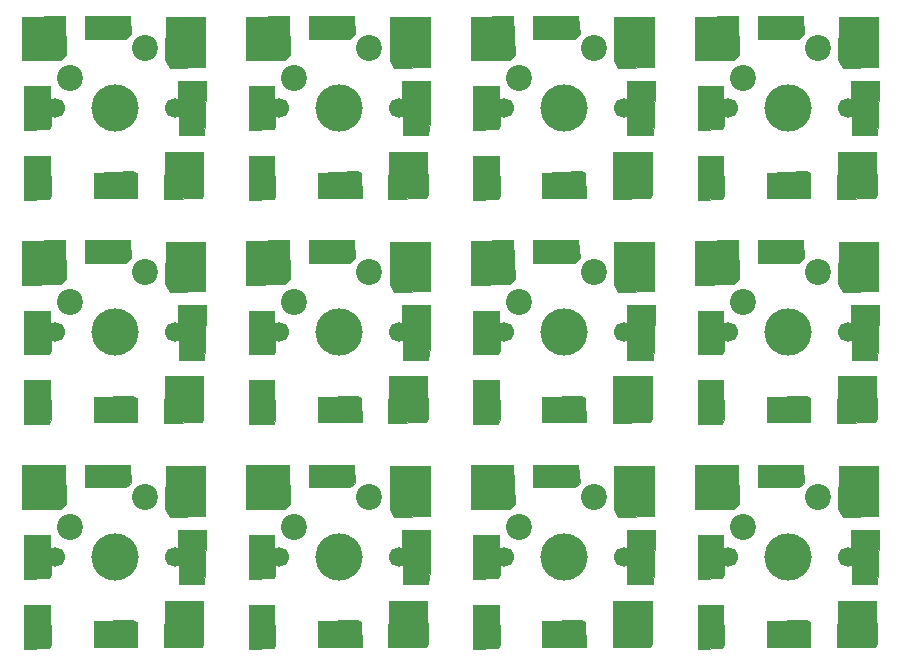
<source format=gbr>
%TF.GenerationSoftware,KiCad,Pcbnew,(5.1.9-0-10_14)*%
%TF.CreationDate,2021-09-25T06:11:46-07:00*%
%TF.ProjectId,MX-KEY-SWITCH-BOARD,4d582d4b-4559-42d5-9357-495443482d42,rev?*%
%TF.SameCoordinates,Original*%
%TF.FileFunction,Soldermask,Bot*%
%TF.FilePolarity,Negative*%
%FSLAX46Y46*%
G04 Gerber Fmt 4.6, Leading zero omitted, Abs format (unit mm)*
G04 Created by KiCad (PCBNEW (5.1.9-0-10_14)) date 2021-09-25 06:11:46*
%MOMM*%
%LPD*%
G01*
G04 APERTURE LIST*
%ADD10C,0.100000*%
%ADD11C,1.700000*%
%ADD12C,4.000000*%
%ADD13C,2.200000*%
G04 APERTURE END LIST*
D10*
G36*
X52900000Y-33500000D02*
G01*
X52500000Y-33900000D01*
X49200000Y-33950000D01*
X49200000Y-30250000D01*
X52800000Y-30200000D01*
X52900000Y-33500000D01*
G37*
X52900000Y-33500000D02*
X52500000Y-33900000D01*
X49200000Y-33950000D01*
X49200000Y-30250000D01*
X52800000Y-30200000D01*
X52900000Y-33500000D01*
G36*
X64700000Y-34500000D02*
G01*
X61687500Y-34575000D01*
X61312500Y-33900000D01*
X61350000Y-30300000D01*
X64700000Y-30300000D01*
X64700000Y-34500000D01*
G37*
X64700000Y-34500000D02*
X61687500Y-34575000D01*
X61312500Y-33900000D01*
X61350000Y-30300000D01*
X64700000Y-30300000D01*
X64700000Y-34500000D01*
G36*
X58400000Y-31700000D02*
G01*
X58000000Y-32100000D01*
X54500000Y-32100000D01*
X54500000Y-30200000D01*
X58300000Y-30200000D01*
X58400000Y-31700000D01*
G37*
X58400000Y-31700000D02*
X58000000Y-32100000D01*
X54500000Y-32100000D01*
X54500000Y-30200000D01*
X58300000Y-30200000D01*
X58400000Y-31700000D01*
G36*
X64700000Y-39200000D02*
G01*
X64600000Y-40300000D01*
X62450000Y-40300000D01*
X62400000Y-35700000D01*
X64750000Y-35700000D01*
X64700000Y-39200000D01*
G37*
X64700000Y-39200000D02*
X64600000Y-40300000D01*
X62450000Y-40300000D01*
X62400000Y-35700000D01*
X64750000Y-35700000D01*
X64700000Y-39200000D01*
G36*
X51650000Y-45350000D02*
G01*
X51500000Y-45700000D01*
X49400000Y-45750000D01*
X49400000Y-42050000D01*
X51550000Y-42050000D01*
X51650000Y-45350000D01*
G37*
X51650000Y-45350000D02*
X51500000Y-45700000D01*
X49400000Y-45750000D01*
X49400000Y-42050000D01*
X51550000Y-42050000D01*
X51650000Y-45350000D01*
G36*
X58900000Y-43500000D02*
G01*
X58950000Y-45600000D01*
X55250000Y-45600000D01*
X55250000Y-43450000D01*
X58550000Y-43350000D01*
X58900000Y-43500000D01*
G37*
X58900000Y-43500000D02*
X58950000Y-45600000D01*
X55250000Y-45600000D01*
X55250000Y-43450000D01*
X58550000Y-43350000D01*
X58900000Y-43500000D01*
G36*
X64550000Y-45250000D02*
G01*
X64400000Y-45600000D01*
X61200000Y-45650000D01*
X61275000Y-41700000D01*
X64525000Y-41700000D01*
X64550000Y-45250000D01*
G37*
X64550000Y-45250000D02*
X64400000Y-45600000D01*
X61200000Y-45650000D01*
X61275000Y-41700000D01*
X64525000Y-41700000D01*
X64550000Y-45250000D01*
G36*
X51650000Y-39450000D02*
G01*
X51500000Y-39800000D01*
X49400000Y-39850000D01*
X49400000Y-36150000D01*
X51550000Y-36150000D01*
X51650000Y-39450000D01*
G37*
X51650000Y-39450000D02*
X51500000Y-39800000D01*
X49400000Y-39850000D01*
X49400000Y-36150000D01*
X51550000Y-36150000D01*
X51650000Y-39450000D01*
G36*
X33900000Y-33500000D02*
G01*
X33500000Y-33900000D01*
X30200000Y-33950000D01*
X30200000Y-30250000D01*
X33800000Y-30200000D01*
X33900000Y-33500000D01*
G37*
X33900000Y-33500000D02*
X33500000Y-33900000D01*
X30200000Y-33950000D01*
X30200000Y-30250000D01*
X33800000Y-30200000D01*
X33900000Y-33500000D01*
G36*
X45700000Y-34500000D02*
G01*
X42687500Y-34575000D01*
X42312500Y-33900000D01*
X42350000Y-30300000D01*
X45700000Y-30300000D01*
X45700000Y-34500000D01*
G37*
X45700000Y-34500000D02*
X42687500Y-34575000D01*
X42312500Y-33900000D01*
X42350000Y-30300000D01*
X45700000Y-30300000D01*
X45700000Y-34500000D01*
G36*
X39400000Y-31700000D02*
G01*
X39000000Y-32100000D01*
X35500000Y-32100000D01*
X35500000Y-30200000D01*
X39300000Y-30200000D01*
X39400000Y-31700000D01*
G37*
X39400000Y-31700000D02*
X39000000Y-32100000D01*
X35500000Y-32100000D01*
X35500000Y-30200000D01*
X39300000Y-30200000D01*
X39400000Y-31700000D01*
G36*
X45700000Y-39200000D02*
G01*
X45600000Y-40300000D01*
X43450000Y-40300000D01*
X43400000Y-35700000D01*
X45750000Y-35700000D01*
X45700000Y-39200000D01*
G37*
X45700000Y-39200000D02*
X45600000Y-40300000D01*
X43450000Y-40300000D01*
X43400000Y-35700000D01*
X45750000Y-35700000D01*
X45700000Y-39200000D01*
G36*
X32650000Y-45350000D02*
G01*
X32500000Y-45700000D01*
X30400000Y-45750000D01*
X30400000Y-42050000D01*
X32550000Y-42050000D01*
X32650000Y-45350000D01*
G37*
X32650000Y-45350000D02*
X32500000Y-45700000D01*
X30400000Y-45750000D01*
X30400000Y-42050000D01*
X32550000Y-42050000D01*
X32650000Y-45350000D01*
G36*
X39900000Y-43500000D02*
G01*
X39950000Y-45600000D01*
X36250000Y-45600000D01*
X36250000Y-43450000D01*
X39550000Y-43350000D01*
X39900000Y-43500000D01*
G37*
X39900000Y-43500000D02*
X39950000Y-45600000D01*
X36250000Y-45600000D01*
X36250000Y-43450000D01*
X39550000Y-43350000D01*
X39900000Y-43500000D01*
G36*
X45550000Y-45250000D02*
G01*
X45400000Y-45600000D01*
X42200000Y-45650000D01*
X42275000Y-41700000D01*
X45525000Y-41700000D01*
X45550000Y-45250000D01*
G37*
X45550000Y-45250000D02*
X45400000Y-45600000D01*
X42200000Y-45650000D01*
X42275000Y-41700000D01*
X45525000Y-41700000D01*
X45550000Y-45250000D01*
G36*
X32650000Y-39450000D02*
G01*
X32500000Y-39800000D01*
X30400000Y-39850000D01*
X30400000Y-36150000D01*
X32550000Y-36150000D01*
X32650000Y-39450000D01*
G37*
X32650000Y-39450000D02*
X32500000Y-39800000D01*
X30400000Y-39850000D01*
X30400000Y-36150000D01*
X32550000Y-36150000D01*
X32650000Y-39450000D01*
G36*
X14900000Y-33500000D02*
G01*
X14500000Y-33900000D01*
X11200000Y-33950000D01*
X11200000Y-30250000D01*
X14800000Y-30200000D01*
X14900000Y-33500000D01*
G37*
X14900000Y-33500000D02*
X14500000Y-33900000D01*
X11200000Y-33950000D01*
X11200000Y-30250000D01*
X14800000Y-30200000D01*
X14900000Y-33500000D01*
G36*
X26700000Y-34500000D02*
G01*
X23687500Y-34575000D01*
X23312500Y-33900000D01*
X23350000Y-30300000D01*
X26700000Y-30300000D01*
X26700000Y-34500000D01*
G37*
X26700000Y-34500000D02*
X23687500Y-34575000D01*
X23312500Y-33900000D01*
X23350000Y-30300000D01*
X26700000Y-30300000D01*
X26700000Y-34500000D01*
G36*
X20400000Y-31700000D02*
G01*
X20000000Y-32100000D01*
X16500000Y-32100000D01*
X16500000Y-30200000D01*
X20300000Y-30200000D01*
X20400000Y-31700000D01*
G37*
X20400000Y-31700000D02*
X20000000Y-32100000D01*
X16500000Y-32100000D01*
X16500000Y-30200000D01*
X20300000Y-30200000D01*
X20400000Y-31700000D01*
G36*
X26700000Y-39200000D02*
G01*
X26600000Y-40300000D01*
X24450000Y-40300000D01*
X24400000Y-35700000D01*
X26750000Y-35700000D01*
X26700000Y-39200000D01*
G37*
X26700000Y-39200000D02*
X26600000Y-40300000D01*
X24450000Y-40300000D01*
X24400000Y-35700000D01*
X26750000Y-35700000D01*
X26700000Y-39200000D01*
G36*
X13650000Y-45350000D02*
G01*
X13500000Y-45700000D01*
X11400000Y-45750000D01*
X11400000Y-42050000D01*
X13550000Y-42050000D01*
X13650000Y-45350000D01*
G37*
X13650000Y-45350000D02*
X13500000Y-45700000D01*
X11400000Y-45750000D01*
X11400000Y-42050000D01*
X13550000Y-42050000D01*
X13650000Y-45350000D01*
G36*
X20900000Y-43500000D02*
G01*
X20950000Y-45600000D01*
X17250000Y-45600000D01*
X17250000Y-43450000D01*
X20550000Y-43350000D01*
X20900000Y-43500000D01*
G37*
X20900000Y-43500000D02*
X20950000Y-45600000D01*
X17250000Y-45600000D01*
X17250000Y-43450000D01*
X20550000Y-43350000D01*
X20900000Y-43500000D01*
G36*
X26550000Y-45250000D02*
G01*
X26400000Y-45600000D01*
X23200000Y-45650000D01*
X23275000Y-41700000D01*
X26525000Y-41700000D01*
X26550000Y-45250000D01*
G37*
X26550000Y-45250000D02*
X26400000Y-45600000D01*
X23200000Y-45650000D01*
X23275000Y-41700000D01*
X26525000Y-41700000D01*
X26550000Y-45250000D01*
G36*
X13650000Y-39450000D02*
G01*
X13500000Y-39800000D01*
X11400000Y-39850000D01*
X11400000Y-36150000D01*
X13550000Y-36150000D01*
X13650000Y-39450000D01*
G37*
X13650000Y-39450000D02*
X13500000Y-39800000D01*
X11400000Y-39850000D01*
X11400000Y-36150000D01*
X13550000Y-36150000D01*
X13650000Y-39450000D01*
G36*
X-4100000Y-33500000D02*
G01*
X-4500000Y-33900000D01*
X-7800000Y-33950000D01*
X-7800000Y-30250000D01*
X-4200000Y-30200000D01*
X-4100000Y-33500000D01*
G37*
X-4100000Y-33500000D02*
X-4500000Y-33900000D01*
X-7800000Y-33950000D01*
X-7800000Y-30250000D01*
X-4200000Y-30200000D01*
X-4100000Y-33500000D01*
G36*
X7700000Y-34500000D02*
G01*
X4687500Y-34575000D01*
X4312500Y-33900000D01*
X4350000Y-30300000D01*
X7700000Y-30300000D01*
X7700000Y-34500000D01*
G37*
X7700000Y-34500000D02*
X4687500Y-34575000D01*
X4312500Y-33900000D01*
X4350000Y-30300000D01*
X7700000Y-30300000D01*
X7700000Y-34500000D01*
G36*
X1400000Y-31700000D02*
G01*
X1000000Y-32100000D01*
X-2500000Y-32100000D01*
X-2500000Y-30200000D01*
X1300000Y-30200000D01*
X1400000Y-31700000D01*
G37*
X1400000Y-31700000D02*
X1000000Y-32100000D01*
X-2500000Y-32100000D01*
X-2500000Y-30200000D01*
X1300000Y-30200000D01*
X1400000Y-31700000D01*
G36*
X7700000Y-39200000D02*
G01*
X7600000Y-40300000D01*
X5450000Y-40300000D01*
X5400000Y-35700000D01*
X7750000Y-35700000D01*
X7700000Y-39200000D01*
G37*
X7700000Y-39200000D02*
X7600000Y-40300000D01*
X5450000Y-40300000D01*
X5400000Y-35700000D01*
X7750000Y-35700000D01*
X7700000Y-39200000D01*
G36*
X-5350000Y-45350000D02*
G01*
X-5500000Y-45700000D01*
X-7600000Y-45750000D01*
X-7600000Y-42050000D01*
X-5450000Y-42050000D01*
X-5350000Y-45350000D01*
G37*
X-5350000Y-45350000D02*
X-5500000Y-45700000D01*
X-7600000Y-45750000D01*
X-7600000Y-42050000D01*
X-5450000Y-42050000D01*
X-5350000Y-45350000D01*
G36*
X1900000Y-43500000D02*
G01*
X1950000Y-45600000D01*
X-1750000Y-45600000D01*
X-1750000Y-43450000D01*
X1550000Y-43350000D01*
X1900000Y-43500000D01*
G37*
X1900000Y-43500000D02*
X1950000Y-45600000D01*
X-1750000Y-45600000D01*
X-1750000Y-43450000D01*
X1550000Y-43350000D01*
X1900000Y-43500000D01*
G36*
X7550000Y-45250000D02*
G01*
X7400000Y-45600000D01*
X4200000Y-45650000D01*
X4275000Y-41700000D01*
X7525000Y-41700000D01*
X7550000Y-45250000D01*
G37*
X7550000Y-45250000D02*
X7400000Y-45600000D01*
X4200000Y-45650000D01*
X4275000Y-41700000D01*
X7525000Y-41700000D01*
X7550000Y-45250000D01*
G36*
X-5350000Y-39450000D02*
G01*
X-5500000Y-39800000D01*
X-7600000Y-39850000D01*
X-7600000Y-36150000D01*
X-5450000Y-36150000D01*
X-5350000Y-39450000D01*
G37*
X-5350000Y-39450000D02*
X-5500000Y-39800000D01*
X-7600000Y-39850000D01*
X-7600000Y-36150000D01*
X-5450000Y-36150000D01*
X-5350000Y-39450000D01*
G36*
X52900000Y-14500000D02*
G01*
X52500000Y-14900000D01*
X49200000Y-14950000D01*
X49200000Y-11250000D01*
X52800000Y-11200000D01*
X52900000Y-14500000D01*
G37*
X52900000Y-14500000D02*
X52500000Y-14900000D01*
X49200000Y-14950000D01*
X49200000Y-11250000D01*
X52800000Y-11200000D01*
X52900000Y-14500000D01*
G36*
X64700000Y-15500000D02*
G01*
X61687500Y-15575000D01*
X61312500Y-14900000D01*
X61350000Y-11300000D01*
X64700000Y-11300000D01*
X64700000Y-15500000D01*
G37*
X64700000Y-15500000D02*
X61687500Y-15575000D01*
X61312500Y-14900000D01*
X61350000Y-11300000D01*
X64700000Y-11300000D01*
X64700000Y-15500000D01*
G36*
X58400000Y-12700000D02*
G01*
X58000000Y-13100000D01*
X54500000Y-13100000D01*
X54500000Y-11200000D01*
X58300000Y-11200000D01*
X58400000Y-12700000D01*
G37*
X58400000Y-12700000D02*
X58000000Y-13100000D01*
X54500000Y-13100000D01*
X54500000Y-11200000D01*
X58300000Y-11200000D01*
X58400000Y-12700000D01*
G36*
X64700000Y-20200000D02*
G01*
X64600000Y-21300000D01*
X62450000Y-21300000D01*
X62400000Y-16700000D01*
X64750000Y-16700000D01*
X64700000Y-20200000D01*
G37*
X64700000Y-20200000D02*
X64600000Y-21300000D01*
X62450000Y-21300000D01*
X62400000Y-16700000D01*
X64750000Y-16700000D01*
X64700000Y-20200000D01*
G36*
X51650000Y-26350000D02*
G01*
X51500000Y-26700000D01*
X49400000Y-26750000D01*
X49400000Y-23050000D01*
X51550000Y-23050000D01*
X51650000Y-26350000D01*
G37*
X51650000Y-26350000D02*
X51500000Y-26700000D01*
X49400000Y-26750000D01*
X49400000Y-23050000D01*
X51550000Y-23050000D01*
X51650000Y-26350000D01*
G36*
X58900000Y-24500000D02*
G01*
X58950000Y-26600000D01*
X55250000Y-26600000D01*
X55250000Y-24450000D01*
X58550000Y-24350000D01*
X58900000Y-24500000D01*
G37*
X58900000Y-24500000D02*
X58950000Y-26600000D01*
X55250000Y-26600000D01*
X55250000Y-24450000D01*
X58550000Y-24350000D01*
X58900000Y-24500000D01*
G36*
X64550000Y-26250000D02*
G01*
X64400000Y-26600000D01*
X61200000Y-26650000D01*
X61275000Y-22700000D01*
X64525000Y-22700000D01*
X64550000Y-26250000D01*
G37*
X64550000Y-26250000D02*
X64400000Y-26600000D01*
X61200000Y-26650000D01*
X61275000Y-22700000D01*
X64525000Y-22700000D01*
X64550000Y-26250000D01*
G36*
X51650000Y-20450000D02*
G01*
X51500000Y-20800000D01*
X49400000Y-20850000D01*
X49400000Y-17150000D01*
X51550000Y-17150000D01*
X51650000Y-20450000D01*
G37*
X51650000Y-20450000D02*
X51500000Y-20800000D01*
X49400000Y-20850000D01*
X49400000Y-17150000D01*
X51550000Y-17150000D01*
X51650000Y-20450000D01*
G36*
X33900000Y-14500000D02*
G01*
X33500000Y-14900000D01*
X30200000Y-14950000D01*
X30200000Y-11250000D01*
X33800000Y-11200000D01*
X33900000Y-14500000D01*
G37*
X33900000Y-14500000D02*
X33500000Y-14900000D01*
X30200000Y-14950000D01*
X30200000Y-11250000D01*
X33800000Y-11200000D01*
X33900000Y-14500000D01*
G36*
X45700000Y-15500000D02*
G01*
X42687500Y-15575000D01*
X42312500Y-14900000D01*
X42350000Y-11300000D01*
X45700000Y-11300000D01*
X45700000Y-15500000D01*
G37*
X45700000Y-15500000D02*
X42687500Y-15575000D01*
X42312500Y-14900000D01*
X42350000Y-11300000D01*
X45700000Y-11300000D01*
X45700000Y-15500000D01*
G36*
X39400000Y-12700000D02*
G01*
X39000000Y-13100000D01*
X35500000Y-13100000D01*
X35500000Y-11200000D01*
X39300000Y-11200000D01*
X39400000Y-12700000D01*
G37*
X39400000Y-12700000D02*
X39000000Y-13100000D01*
X35500000Y-13100000D01*
X35500000Y-11200000D01*
X39300000Y-11200000D01*
X39400000Y-12700000D01*
G36*
X45700000Y-20200000D02*
G01*
X45600000Y-21300000D01*
X43450000Y-21300000D01*
X43400000Y-16700000D01*
X45750000Y-16700000D01*
X45700000Y-20200000D01*
G37*
X45700000Y-20200000D02*
X45600000Y-21300000D01*
X43450000Y-21300000D01*
X43400000Y-16700000D01*
X45750000Y-16700000D01*
X45700000Y-20200000D01*
G36*
X32650000Y-26350000D02*
G01*
X32500000Y-26700000D01*
X30400000Y-26750000D01*
X30400000Y-23050000D01*
X32550000Y-23050000D01*
X32650000Y-26350000D01*
G37*
X32650000Y-26350000D02*
X32500000Y-26700000D01*
X30400000Y-26750000D01*
X30400000Y-23050000D01*
X32550000Y-23050000D01*
X32650000Y-26350000D01*
G36*
X39900000Y-24500000D02*
G01*
X39950000Y-26600000D01*
X36250000Y-26600000D01*
X36250000Y-24450000D01*
X39550000Y-24350000D01*
X39900000Y-24500000D01*
G37*
X39900000Y-24500000D02*
X39950000Y-26600000D01*
X36250000Y-26600000D01*
X36250000Y-24450000D01*
X39550000Y-24350000D01*
X39900000Y-24500000D01*
G36*
X45550000Y-26250000D02*
G01*
X45400000Y-26600000D01*
X42200000Y-26650000D01*
X42275000Y-22700000D01*
X45525000Y-22700000D01*
X45550000Y-26250000D01*
G37*
X45550000Y-26250000D02*
X45400000Y-26600000D01*
X42200000Y-26650000D01*
X42275000Y-22700000D01*
X45525000Y-22700000D01*
X45550000Y-26250000D01*
G36*
X32650000Y-20450000D02*
G01*
X32500000Y-20800000D01*
X30400000Y-20850000D01*
X30400000Y-17150000D01*
X32550000Y-17150000D01*
X32650000Y-20450000D01*
G37*
X32650000Y-20450000D02*
X32500000Y-20800000D01*
X30400000Y-20850000D01*
X30400000Y-17150000D01*
X32550000Y-17150000D01*
X32650000Y-20450000D01*
G36*
X14900000Y-14500000D02*
G01*
X14500000Y-14900000D01*
X11200000Y-14950000D01*
X11200000Y-11250000D01*
X14800000Y-11200000D01*
X14900000Y-14500000D01*
G37*
X14900000Y-14500000D02*
X14500000Y-14900000D01*
X11200000Y-14950000D01*
X11200000Y-11250000D01*
X14800000Y-11200000D01*
X14900000Y-14500000D01*
G36*
X26700000Y-15500000D02*
G01*
X23687500Y-15575000D01*
X23312500Y-14900000D01*
X23350000Y-11300000D01*
X26700000Y-11300000D01*
X26700000Y-15500000D01*
G37*
X26700000Y-15500000D02*
X23687500Y-15575000D01*
X23312500Y-14900000D01*
X23350000Y-11300000D01*
X26700000Y-11300000D01*
X26700000Y-15500000D01*
G36*
X20400000Y-12700000D02*
G01*
X20000000Y-13100000D01*
X16500000Y-13100000D01*
X16500000Y-11200000D01*
X20300000Y-11200000D01*
X20400000Y-12700000D01*
G37*
X20400000Y-12700000D02*
X20000000Y-13100000D01*
X16500000Y-13100000D01*
X16500000Y-11200000D01*
X20300000Y-11200000D01*
X20400000Y-12700000D01*
G36*
X26700000Y-20200000D02*
G01*
X26600000Y-21300000D01*
X24450000Y-21300000D01*
X24400000Y-16700000D01*
X26750000Y-16700000D01*
X26700000Y-20200000D01*
G37*
X26700000Y-20200000D02*
X26600000Y-21300000D01*
X24450000Y-21300000D01*
X24400000Y-16700000D01*
X26750000Y-16700000D01*
X26700000Y-20200000D01*
G36*
X13650000Y-26350000D02*
G01*
X13500000Y-26700000D01*
X11400000Y-26750000D01*
X11400000Y-23050000D01*
X13550000Y-23050000D01*
X13650000Y-26350000D01*
G37*
X13650000Y-26350000D02*
X13500000Y-26700000D01*
X11400000Y-26750000D01*
X11400000Y-23050000D01*
X13550000Y-23050000D01*
X13650000Y-26350000D01*
G36*
X20900000Y-24500000D02*
G01*
X20950000Y-26600000D01*
X17250000Y-26600000D01*
X17250000Y-24450000D01*
X20550000Y-24350000D01*
X20900000Y-24500000D01*
G37*
X20900000Y-24500000D02*
X20950000Y-26600000D01*
X17250000Y-26600000D01*
X17250000Y-24450000D01*
X20550000Y-24350000D01*
X20900000Y-24500000D01*
G36*
X26550000Y-26250000D02*
G01*
X26400000Y-26600000D01*
X23200000Y-26650000D01*
X23275000Y-22700000D01*
X26525000Y-22700000D01*
X26550000Y-26250000D01*
G37*
X26550000Y-26250000D02*
X26400000Y-26600000D01*
X23200000Y-26650000D01*
X23275000Y-22700000D01*
X26525000Y-22700000D01*
X26550000Y-26250000D01*
G36*
X13650000Y-20450000D02*
G01*
X13500000Y-20800000D01*
X11400000Y-20850000D01*
X11400000Y-17150000D01*
X13550000Y-17150000D01*
X13650000Y-20450000D01*
G37*
X13650000Y-20450000D02*
X13500000Y-20800000D01*
X11400000Y-20850000D01*
X11400000Y-17150000D01*
X13550000Y-17150000D01*
X13650000Y-20450000D01*
G36*
X-4100000Y-14500000D02*
G01*
X-4500000Y-14900000D01*
X-7800000Y-14950000D01*
X-7800000Y-11250000D01*
X-4200000Y-11200000D01*
X-4100000Y-14500000D01*
G37*
X-4100000Y-14500000D02*
X-4500000Y-14900000D01*
X-7800000Y-14950000D01*
X-7800000Y-11250000D01*
X-4200000Y-11200000D01*
X-4100000Y-14500000D01*
G36*
X7700000Y-15500000D02*
G01*
X4687500Y-15575000D01*
X4312500Y-14900000D01*
X4350000Y-11300000D01*
X7700000Y-11300000D01*
X7700000Y-15500000D01*
G37*
X7700000Y-15500000D02*
X4687500Y-15575000D01*
X4312500Y-14900000D01*
X4350000Y-11300000D01*
X7700000Y-11300000D01*
X7700000Y-15500000D01*
G36*
X1400000Y-12700000D02*
G01*
X1000000Y-13100000D01*
X-2500000Y-13100000D01*
X-2500000Y-11200000D01*
X1300000Y-11200000D01*
X1400000Y-12700000D01*
G37*
X1400000Y-12700000D02*
X1000000Y-13100000D01*
X-2500000Y-13100000D01*
X-2500000Y-11200000D01*
X1300000Y-11200000D01*
X1400000Y-12700000D01*
G36*
X7700000Y-20200000D02*
G01*
X7600000Y-21300000D01*
X5450000Y-21300000D01*
X5400000Y-16700000D01*
X7750000Y-16700000D01*
X7700000Y-20200000D01*
G37*
X7700000Y-20200000D02*
X7600000Y-21300000D01*
X5450000Y-21300000D01*
X5400000Y-16700000D01*
X7750000Y-16700000D01*
X7700000Y-20200000D01*
G36*
X-5350000Y-26350000D02*
G01*
X-5500000Y-26700000D01*
X-7600000Y-26750000D01*
X-7600000Y-23050000D01*
X-5450000Y-23050000D01*
X-5350000Y-26350000D01*
G37*
X-5350000Y-26350000D02*
X-5500000Y-26700000D01*
X-7600000Y-26750000D01*
X-7600000Y-23050000D01*
X-5450000Y-23050000D01*
X-5350000Y-26350000D01*
G36*
X1900000Y-24500000D02*
G01*
X1950000Y-26600000D01*
X-1750000Y-26600000D01*
X-1750000Y-24450000D01*
X1550000Y-24350000D01*
X1900000Y-24500000D01*
G37*
X1900000Y-24500000D02*
X1950000Y-26600000D01*
X-1750000Y-26600000D01*
X-1750000Y-24450000D01*
X1550000Y-24350000D01*
X1900000Y-24500000D01*
G36*
X7550000Y-26250000D02*
G01*
X7400000Y-26600000D01*
X4200000Y-26650000D01*
X4275000Y-22700000D01*
X7525000Y-22700000D01*
X7550000Y-26250000D01*
G37*
X7550000Y-26250000D02*
X7400000Y-26600000D01*
X4200000Y-26650000D01*
X4275000Y-22700000D01*
X7525000Y-22700000D01*
X7550000Y-26250000D01*
G36*
X-5350000Y-20450000D02*
G01*
X-5500000Y-20800000D01*
X-7600000Y-20850000D01*
X-7600000Y-17150000D01*
X-5450000Y-17150000D01*
X-5350000Y-20450000D01*
G37*
X-5350000Y-20450000D02*
X-5500000Y-20800000D01*
X-7600000Y-20850000D01*
X-7600000Y-17150000D01*
X-5450000Y-17150000D01*
X-5350000Y-20450000D01*
G36*
X52900000Y4500000D02*
G01*
X52500000Y4100000D01*
X49200000Y4050000D01*
X49200000Y7750000D01*
X52800000Y7800000D01*
X52900000Y4500000D01*
G37*
X52900000Y4500000D02*
X52500000Y4100000D01*
X49200000Y4050000D01*
X49200000Y7750000D01*
X52800000Y7800000D01*
X52900000Y4500000D01*
G36*
X64700000Y3500000D02*
G01*
X61687500Y3425000D01*
X61312500Y4100000D01*
X61350000Y7700000D01*
X64700000Y7700000D01*
X64700000Y3500000D01*
G37*
X64700000Y3500000D02*
X61687500Y3425000D01*
X61312500Y4100000D01*
X61350000Y7700000D01*
X64700000Y7700000D01*
X64700000Y3500000D01*
G36*
X58400000Y6300000D02*
G01*
X58000000Y5900000D01*
X54500000Y5900000D01*
X54500000Y7800000D01*
X58300000Y7800000D01*
X58400000Y6300000D01*
G37*
X58400000Y6300000D02*
X58000000Y5900000D01*
X54500000Y5900000D01*
X54500000Y7800000D01*
X58300000Y7800000D01*
X58400000Y6300000D01*
G36*
X64700000Y-1200000D02*
G01*
X64600000Y-2300000D01*
X62450000Y-2300000D01*
X62400000Y2300000D01*
X64750000Y2300000D01*
X64700000Y-1200000D01*
G37*
X64700000Y-1200000D02*
X64600000Y-2300000D01*
X62450000Y-2300000D01*
X62400000Y2300000D01*
X64750000Y2300000D01*
X64700000Y-1200000D01*
G36*
X51650000Y-7350000D02*
G01*
X51500000Y-7700000D01*
X49400000Y-7750000D01*
X49400000Y-4050000D01*
X51550000Y-4050000D01*
X51650000Y-7350000D01*
G37*
X51650000Y-7350000D02*
X51500000Y-7700000D01*
X49400000Y-7750000D01*
X49400000Y-4050000D01*
X51550000Y-4050000D01*
X51650000Y-7350000D01*
G36*
X58900000Y-5500000D02*
G01*
X58950000Y-7600000D01*
X55250000Y-7600000D01*
X55250000Y-5450000D01*
X58550000Y-5350000D01*
X58900000Y-5500000D01*
G37*
X58900000Y-5500000D02*
X58950000Y-7600000D01*
X55250000Y-7600000D01*
X55250000Y-5450000D01*
X58550000Y-5350000D01*
X58900000Y-5500000D01*
G36*
X64550000Y-7250000D02*
G01*
X64400000Y-7600000D01*
X61200000Y-7650000D01*
X61275000Y-3700000D01*
X64525000Y-3700000D01*
X64550000Y-7250000D01*
G37*
X64550000Y-7250000D02*
X64400000Y-7600000D01*
X61200000Y-7650000D01*
X61275000Y-3700000D01*
X64525000Y-3700000D01*
X64550000Y-7250000D01*
G36*
X51650000Y-1450000D02*
G01*
X51500000Y-1800000D01*
X49400000Y-1850000D01*
X49400000Y1850000D01*
X51550000Y1850000D01*
X51650000Y-1450000D01*
G37*
X51650000Y-1450000D02*
X51500000Y-1800000D01*
X49400000Y-1850000D01*
X49400000Y1850000D01*
X51550000Y1850000D01*
X51650000Y-1450000D01*
G36*
X33900000Y4500000D02*
G01*
X33500000Y4100000D01*
X30200000Y4050000D01*
X30200000Y7750000D01*
X33800000Y7800000D01*
X33900000Y4500000D01*
G37*
X33900000Y4500000D02*
X33500000Y4100000D01*
X30200000Y4050000D01*
X30200000Y7750000D01*
X33800000Y7800000D01*
X33900000Y4500000D01*
G36*
X45700000Y3500000D02*
G01*
X42687500Y3425000D01*
X42312500Y4100000D01*
X42350000Y7700000D01*
X45700000Y7700000D01*
X45700000Y3500000D01*
G37*
X45700000Y3500000D02*
X42687500Y3425000D01*
X42312500Y4100000D01*
X42350000Y7700000D01*
X45700000Y7700000D01*
X45700000Y3500000D01*
G36*
X39400000Y6300000D02*
G01*
X39000000Y5900000D01*
X35500000Y5900000D01*
X35500000Y7800000D01*
X39300000Y7800000D01*
X39400000Y6300000D01*
G37*
X39400000Y6300000D02*
X39000000Y5900000D01*
X35500000Y5900000D01*
X35500000Y7800000D01*
X39300000Y7800000D01*
X39400000Y6300000D01*
G36*
X45700000Y-1200000D02*
G01*
X45600000Y-2300000D01*
X43450000Y-2300000D01*
X43400000Y2300000D01*
X45750000Y2300000D01*
X45700000Y-1200000D01*
G37*
X45700000Y-1200000D02*
X45600000Y-2300000D01*
X43450000Y-2300000D01*
X43400000Y2300000D01*
X45750000Y2300000D01*
X45700000Y-1200000D01*
G36*
X32650000Y-7350000D02*
G01*
X32500000Y-7700000D01*
X30400000Y-7750000D01*
X30400000Y-4050000D01*
X32550000Y-4050000D01*
X32650000Y-7350000D01*
G37*
X32650000Y-7350000D02*
X32500000Y-7700000D01*
X30400000Y-7750000D01*
X30400000Y-4050000D01*
X32550000Y-4050000D01*
X32650000Y-7350000D01*
G36*
X39900000Y-5500000D02*
G01*
X39950000Y-7600000D01*
X36250000Y-7600000D01*
X36250000Y-5450000D01*
X39550000Y-5350000D01*
X39900000Y-5500000D01*
G37*
X39900000Y-5500000D02*
X39950000Y-7600000D01*
X36250000Y-7600000D01*
X36250000Y-5450000D01*
X39550000Y-5350000D01*
X39900000Y-5500000D01*
G36*
X45550000Y-7250000D02*
G01*
X45400000Y-7600000D01*
X42200000Y-7650000D01*
X42275000Y-3700000D01*
X45525000Y-3700000D01*
X45550000Y-7250000D01*
G37*
X45550000Y-7250000D02*
X45400000Y-7600000D01*
X42200000Y-7650000D01*
X42275000Y-3700000D01*
X45525000Y-3700000D01*
X45550000Y-7250000D01*
G36*
X32650000Y-1450000D02*
G01*
X32500000Y-1800000D01*
X30400000Y-1850000D01*
X30400000Y1850000D01*
X32550000Y1850000D01*
X32650000Y-1450000D01*
G37*
X32650000Y-1450000D02*
X32500000Y-1800000D01*
X30400000Y-1850000D01*
X30400000Y1850000D01*
X32550000Y1850000D01*
X32650000Y-1450000D01*
G36*
X14900000Y4500000D02*
G01*
X14500000Y4100000D01*
X11200000Y4050000D01*
X11200000Y7750000D01*
X14800000Y7800000D01*
X14900000Y4500000D01*
G37*
X14900000Y4500000D02*
X14500000Y4100000D01*
X11200000Y4050000D01*
X11200000Y7750000D01*
X14800000Y7800000D01*
X14900000Y4500000D01*
G36*
X26700000Y3500000D02*
G01*
X23687500Y3425000D01*
X23312500Y4100000D01*
X23350000Y7700000D01*
X26700000Y7700000D01*
X26700000Y3500000D01*
G37*
X26700000Y3500000D02*
X23687500Y3425000D01*
X23312500Y4100000D01*
X23350000Y7700000D01*
X26700000Y7700000D01*
X26700000Y3500000D01*
G36*
X20400000Y6300000D02*
G01*
X20000000Y5900000D01*
X16500000Y5900000D01*
X16500000Y7800000D01*
X20300000Y7800000D01*
X20400000Y6300000D01*
G37*
X20400000Y6300000D02*
X20000000Y5900000D01*
X16500000Y5900000D01*
X16500000Y7800000D01*
X20300000Y7800000D01*
X20400000Y6300000D01*
G36*
X26700000Y-1200000D02*
G01*
X26600000Y-2300000D01*
X24450000Y-2300000D01*
X24400000Y2300000D01*
X26750000Y2300000D01*
X26700000Y-1200000D01*
G37*
X26700000Y-1200000D02*
X26600000Y-2300000D01*
X24450000Y-2300000D01*
X24400000Y2300000D01*
X26750000Y2300000D01*
X26700000Y-1200000D01*
G36*
X13650000Y-7350000D02*
G01*
X13500000Y-7700000D01*
X11400000Y-7750000D01*
X11400000Y-4050000D01*
X13550000Y-4050000D01*
X13650000Y-7350000D01*
G37*
X13650000Y-7350000D02*
X13500000Y-7700000D01*
X11400000Y-7750000D01*
X11400000Y-4050000D01*
X13550000Y-4050000D01*
X13650000Y-7350000D01*
G36*
X20900000Y-5500000D02*
G01*
X20950000Y-7600000D01*
X17250000Y-7600000D01*
X17250000Y-5450000D01*
X20550000Y-5350000D01*
X20900000Y-5500000D01*
G37*
X20900000Y-5500000D02*
X20950000Y-7600000D01*
X17250000Y-7600000D01*
X17250000Y-5450000D01*
X20550000Y-5350000D01*
X20900000Y-5500000D01*
G36*
X26550000Y-7250000D02*
G01*
X26400000Y-7600000D01*
X23200000Y-7650000D01*
X23275000Y-3700000D01*
X26525000Y-3700000D01*
X26550000Y-7250000D01*
G37*
X26550000Y-7250000D02*
X26400000Y-7600000D01*
X23200000Y-7650000D01*
X23275000Y-3700000D01*
X26525000Y-3700000D01*
X26550000Y-7250000D01*
G36*
X13650000Y-1450000D02*
G01*
X13500000Y-1800000D01*
X11400000Y-1850000D01*
X11400000Y1850000D01*
X13550000Y1850000D01*
X13650000Y-1450000D01*
G37*
X13650000Y-1450000D02*
X13500000Y-1800000D01*
X11400000Y-1850000D01*
X11400000Y1850000D01*
X13550000Y1850000D01*
X13650000Y-1450000D01*
G36*
X-5350000Y-1450000D02*
G01*
X-5500000Y-1800000D01*
X-7600000Y-1850000D01*
X-7600000Y1850000D01*
X-5450000Y1850000D01*
X-5350000Y-1450000D01*
G37*
X-5350000Y-1450000D02*
X-5500000Y-1800000D01*
X-7600000Y-1850000D01*
X-7600000Y1850000D01*
X-5450000Y1850000D01*
X-5350000Y-1450000D01*
G36*
X7550000Y-7250000D02*
G01*
X7400000Y-7600000D01*
X4200000Y-7650000D01*
X4275000Y-3700000D01*
X7525000Y-3700000D01*
X7550000Y-7250000D01*
G37*
X7550000Y-7250000D02*
X7400000Y-7600000D01*
X4200000Y-7650000D01*
X4275000Y-3700000D01*
X7525000Y-3700000D01*
X7550000Y-7250000D01*
G36*
X1900000Y-5500000D02*
G01*
X1950000Y-7600000D01*
X-1750000Y-7600000D01*
X-1750000Y-5450000D01*
X1550000Y-5350000D01*
X1900000Y-5500000D01*
G37*
X1900000Y-5500000D02*
X1950000Y-7600000D01*
X-1750000Y-7600000D01*
X-1750000Y-5450000D01*
X1550000Y-5350000D01*
X1900000Y-5500000D01*
G36*
X-5350000Y-7350000D02*
G01*
X-5500000Y-7700000D01*
X-7600000Y-7750000D01*
X-7600000Y-4050000D01*
X-5450000Y-4050000D01*
X-5350000Y-7350000D01*
G37*
X-5350000Y-7350000D02*
X-5500000Y-7700000D01*
X-7600000Y-7750000D01*
X-7600000Y-4050000D01*
X-5450000Y-4050000D01*
X-5350000Y-7350000D01*
G36*
X7700000Y-1200000D02*
G01*
X7600000Y-2300000D01*
X5450000Y-2300000D01*
X5400000Y2300000D01*
X7750000Y2300000D01*
X7700000Y-1200000D01*
G37*
X7700000Y-1200000D02*
X7600000Y-2300000D01*
X5450000Y-2300000D01*
X5400000Y2300000D01*
X7750000Y2300000D01*
X7700000Y-1200000D01*
G36*
X1400000Y6300000D02*
G01*
X1000000Y5900000D01*
X-2500000Y5900000D01*
X-2500000Y7800000D01*
X1300000Y7800000D01*
X1400000Y6300000D01*
G37*
X1400000Y6300000D02*
X1000000Y5900000D01*
X-2500000Y5900000D01*
X-2500000Y7800000D01*
X1300000Y7800000D01*
X1400000Y6300000D01*
G36*
X7700000Y3500000D02*
G01*
X4687500Y3425000D01*
X4312500Y4100000D01*
X4350000Y7700000D01*
X7700000Y7700000D01*
X7700000Y3500000D01*
G37*
X7700000Y3500000D02*
X4687500Y3425000D01*
X4312500Y4100000D01*
X4350000Y7700000D01*
X7700000Y7700000D01*
X7700000Y3500000D01*
G36*
X-4100000Y4500000D02*
G01*
X-4500000Y4100000D01*
X-7800000Y4050000D01*
X-7800000Y7750000D01*
X-4200000Y7800000D01*
X-4100000Y4500000D01*
G37*
X-4100000Y4500000D02*
X-4500000Y4100000D01*
X-7800000Y4050000D01*
X-7800000Y7750000D01*
X-4200000Y7800000D01*
X-4100000Y4500000D01*
D11*
%TO.C,SW12*%
X62140000Y-37980000D03*
X51980000Y-37980000D03*
D12*
X57060000Y-37980000D03*
D13*
X53250000Y-35440000D03*
X59600000Y-32900000D03*
%TD*%
D11*
%TO.C,SW11*%
X43140000Y-37980000D03*
X32980000Y-37980000D03*
D12*
X38060000Y-37980000D03*
D13*
X34250000Y-35440000D03*
X40600000Y-32900000D03*
%TD*%
D11*
%TO.C,SW10*%
X24140000Y-37980000D03*
X13980000Y-37980000D03*
D12*
X19060000Y-37980000D03*
D13*
X15250000Y-35440000D03*
X21600000Y-32900000D03*
%TD*%
D11*
%TO.C,SW9*%
X5140000Y-37980000D03*
X-5020000Y-37980000D03*
D12*
X60000Y-37980000D03*
D13*
X-3750000Y-35440000D03*
X2600000Y-32900000D03*
%TD*%
D11*
%TO.C,SW8*%
X62140000Y-18980000D03*
X51980000Y-18980000D03*
D12*
X57060000Y-18980000D03*
D13*
X53250000Y-16440000D03*
X59600000Y-13900000D03*
%TD*%
D11*
%TO.C,SW7*%
X43140000Y-18980000D03*
X32980000Y-18980000D03*
D12*
X38060000Y-18980000D03*
D13*
X34250000Y-16440000D03*
X40600000Y-13900000D03*
%TD*%
D11*
%TO.C,SW6*%
X24140000Y-18980000D03*
X13980000Y-18980000D03*
D12*
X19060000Y-18980000D03*
D13*
X15250000Y-16440000D03*
X21600000Y-13900000D03*
%TD*%
D11*
%TO.C,SW5*%
X5140000Y-18980000D03*
X-5020000Y-18980000D03*
D12*
X60000Y-18980000D03*
D13*
X-3750000Y-16440000D03*
X2600000Y-13900000D03*
%TD*%
D11*
%TO.C,SW4*%
X62140000Y20000D03*
X51980000Y20000D03*
D12*
X57060000Y20000D03*
D13*
X53250000Y2560000D03*
X59600000Y5100000D03*
%TD*%
D11*
%TO.C,SW3*%
X43140000Y20000D03*
X32980000Y20000D03*
D12*
X38060000Y20000D03*
D13*
X34250000Y2560000D03*
X40600000Y5100000D03*
%TD*%
D11*
%TO.C,SW2*%
X24140000Y20000D03*
X13980000Y20000D03*
D12*
X19060000Y20000D03*
D13*
X15250000Y2560000D03*
X21600000Y5100000D03*
%TD*%
D11*
%TO.C,SW1*%
X5140000Y20000D03*
X-5020000Y20000D03*
D12*
X60000Y20000D03*
D13*
X-3750000Y2560000D03*
X2600000Y5100000D03*
%TD*%
M02*

</source>
